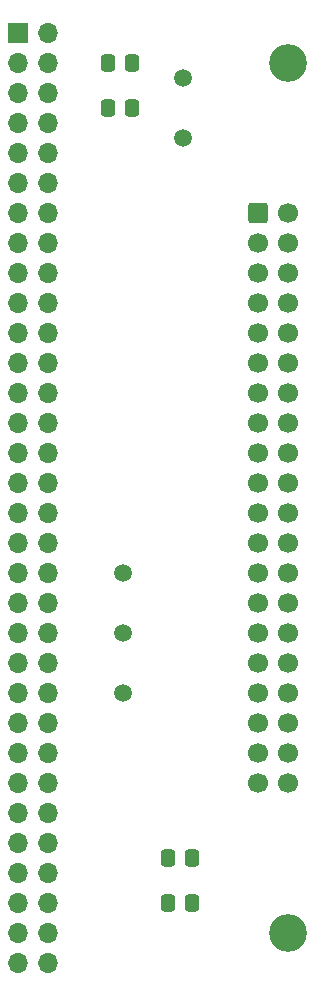
<source format=gbr>
%TF.GenerationSoftware,KiCad,Pcbnew,6.0.3*%
%TF.CreationDate,2022-03-22T19:26:19+01:00*%
%TF.ProjectId,lcdbrd,6c636462-7264-42e6-9b69-6361645f7063,rev?*%
%TF.SameCoordinates,Original*%
%TF.FileFunction,Soldermask,Top*%
%TF.FilePolarity,Negative*%
%FSLAX46Y46*%
G04 Gerber Fmt 4.6, Leading zero omitted, Abs format (unit mm)*
G04 Created by KiCad (PCBNEW 6.0.3) date 2022-03-22 19:26:19*
%MOMM*%
%LPD*%
G01*
G04 APERTURE LIST*
G04 Aperture macros list*
%AMRoundRect*
0 Rectangle with rounded corners*
0 $1 Rounding radius*
0 $2 $3 $4 $5 $6 $7 $8 $9 X,Y pos of 4 corners*
0 Add a 4 corners polygon primitive as box body*
4,1,4,$2,$3,$4,$5,$6,$7,$8,$9,$2,$3,0*
0 Add four circle primitives for the rounded corners*
1,1,$1+$1,$2,$3*
1,1,$1+$1,$4,$5*
1,1,$1+$1,$6,$7*
1,1,$1+$1,$8,$9*
0 Add four rect primitives between the rounded corners*
20,1,$1+$1,$2,$3,$4,$5,0*
20,1,$1+$1,$4,$5,$6,$7,0*
20,1,$1+$1,$6,$7,$8,$9,0*
20,1,$1+$1,$8,$9,$2,$3,0*%
G04 Aperture macros list end*
%ADD10RoundRect,0.250000X-0.337500X-0.475000X0.337500X-0.475000X0.337500X0.475000X-0.337500X0.475000X0*%
%ADD11C,1.500000*%
%ADD12RoundRect,0.250000X-0.600000X-0.600000X0.600000X-0.600000X0.600000X0.600000X-0.600000X0.600000X0*%
%ADD13C,1.700000*%
%ADD14C,3.200000*%
%ADD15R,1.700000X1.700000*%
%ADD16O,1.700000X1.700000*%
G04 APERTURE END LIST*
D10*
%TO.C,C4*%
X83820000Y-50800000D03*
X85895000Y-50800000D03*
%TD*%
D11*
%TO.C,TP3*%
X85090000Y-93980000D03*
%TD*%
%TO.C,TP1*%
X90170000Y-52070000D03*
%TD*%
D12*
%TO.C,J2*%
X96520000Y-63500000D03*
D13*
X99060000Y-63500000D03*
X96520000Y-66040000D03*
X99060000Y-66040000D03*
X96520000Y-68580000D03*
X99060000Y-68580000D03*
X96520000Y-71120000D03*
X99060000Y-71120000D03*
X96520000Y-73660000D03*
X99060000Y-73660000D03*
X96520000Y-76200000D03*
X99060000Y-76200000D03*
X96520000Y-78740000D03*
X99060000Y-78740000D03*
X96520000Y-81280000D03*
X99060000Y-81280000D03*
X96520000Y-83820000D03*
X99060000Y-83820000D03*
X96520000Y-86360000D03*
X99060000Y-86360000D03*
X96520000Y-88900000D03*
X99060000Y-88900000D03*
X96520000Y-91440000D03*
X99060000Y-91440000D03*
X96520000Y-93980000D03*
X99060000Y-93980000D03*
X96520000Y-96520000D03*
X99060000Y-96520000D03*
X96520000Y-99060000D03*
X99060000Y-99060000D03*
X96520000Y-101600000D03*
X99060000Y-101600000D03*
X96520000Y-104140000D03*
X99060000Y-104140000D03*
X96520000Y-106680000D03*
X99060000Y-106680000D03*
X96520000Y-109220000D03*
X99060000Y-109220000D03*
X96520000Y-111760000D03*
X99060000Y-111760000D03*
%TD*%
D14*
%TO.C,REF\u002A\u002A*%
X99060000Y-124460000D03*
%TD*%
D10*
%TO.C,C3*%
X83820000Y-54610000D03*
X85895000Y-54610000D03*
%TD*%
%TO.C,C1*%
X88900000Y-121920000D03*
X90975000Y-121920000D03*
%TD*%
D11*
%TO.C,TP5*%
X85090000Y-104140000D03*
%TD*%
D14*
%TO.C,REF\u002A\u002A*%
X99060000Y-50800000D03*
%TD*%
D10*
%TO.C,C2*%
X88900000Y-118110000D03*
X90975000Y-118110000D03*
%TD*%
D11*
%TO.C,TP4*%
X85090000Y-99060000D03*
%TD*%
%TO.C,TP2*%
X90170000Y-57150000D03*
%TD*%
D15*
%TO.C,J1*%
X76200000Y-48260000D03*
D16*
X78740000Y-48260000D03*
X76200000Y-50800000D03*
X78740000Y-50800000D03*
X76200000Y-53340000D03*
X78740000Y-53340000D03*
X76200000Y-55880000D03*
X78740000Y-55880000D03*
X76200000Y-58420000D03*
X78740000Y-58420000D03*
X76200000Y-60960000D03*
X78740000Y-60960000D03*
X76200000Y-63500000D03*
X78740000Y-63500000D03*
X76200000Y-66040000D03*
X78740000Y-66040000D03*
X76200000Y-68580000D03*
X78740000Y-68580000D03*
X76200000Y-71120000D03*
X78740000Y-71120000D03*
X76200000Y-73660000D03*
X78740000Y-73660000D03*
X76200000Y-76200000D03*
X78740000Y-76200000D03*
X76200000Y-78740000D03*
X78740000Y-78740000D03*
X76200000Y-81280000D03*
X78740000Y-81280000D03*
X76200000Y-83820000D03*
X78740000Y-83820000D03*
X76200000Y-86360000D03*
X78740000Y-86360000D03*
X76200000Y-88900000D03*
X78740000Y-88900000D03*
X76200000Y-91440000D03*
X78740000Y-91440000D03*
X76200000Y-93980000D03*
X78740000Y-93980000D03*
X76200000Y-96520000D03*
X78740000Y-96520000D03*
X76200000Y-99060000D03*
X78740000Y-99060000D03*
X76200000Y-101600000D03*
X78740000Y-101600000D03*
X76200000Y-104140000D03*
X78740000Y-104140000D03*
X76200000Y-106680000D03*
X78740000Y-106680000D03*
X76200000Y-109220000D03*
X78740000Y-109220000D03*
X76200000Y-111760000D03*
X78740000Y-111760000D03*
X76200000Y-114300000D03*
X78740000Y-114300000D03*
X76200000Y-116840000D03*
X78740000Y-116840000D03*
X76200000Y-119380000D03*
X78740000Y-119380000D03*
X76200000Y-121920000D03*
X78740000Y-121920000D03*
X76200000Y-124460000D03*
X78740000Y-124460000D03*
X76200000Y-127000000D03*
X78740000Y-127000000D03*
%TD*%
M02*

</source>
